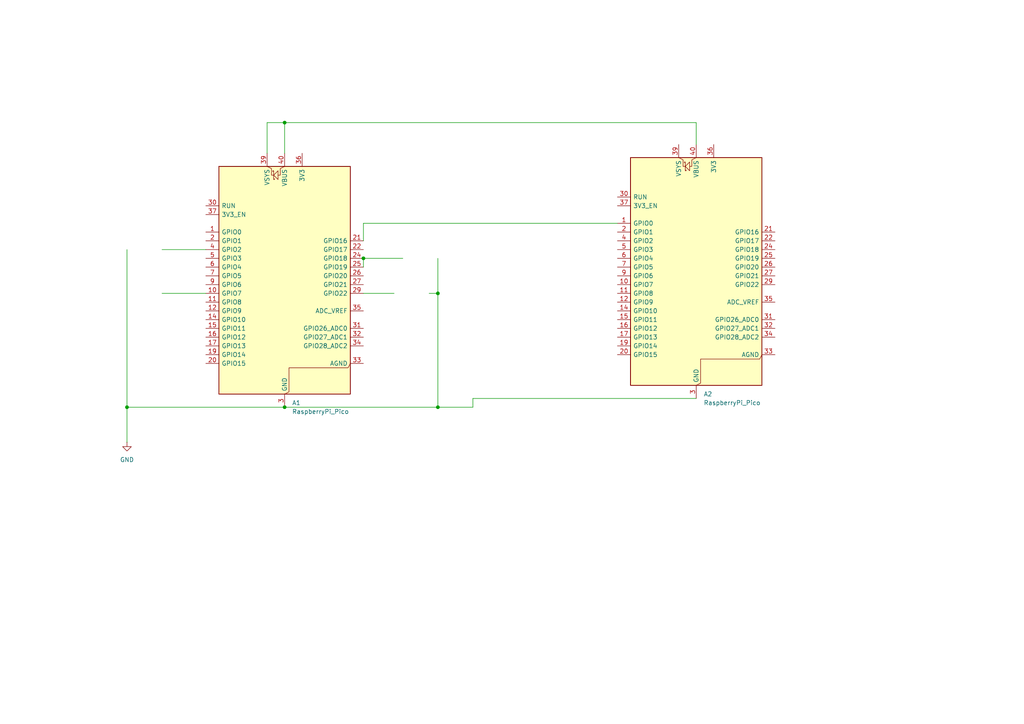
<source format=kicad_sch>
(kicad_sch
	(version 20250114)
	(generator "eeschema")
	(generator_version "9.0")
	(uuid "aac4216c-ff94-4f4c-82b1-f7c386e6a26e")
	(paper "A4")
	(lib_symbols
		(symbol "MCU_Module:RaspberryPi_Pico"
			(pin_names
				(offset 0.762)
			)
			(exclude_from_sim no)
			(in_bom yes)
			(on_board yes)
			(property "Reference" "A"
				(at -19.05 35.56 0)
				(effects
					(font
						(size 1.27 1.27)
					)
					(justify left)
				)
			)
			(property "Value" "RaspberryPi_Pico"
				(at 7.62 35.56 0)
				(effects
					(font
						(size 1.27 1.27)
					)
					(justify left)
				)
			)
			(property "Footprint" "Module:RaspberryPi_Pico_Common_Unspecified"
				(at 0 -46.99 0)
				(effects
					(font
						(size 1.27 1.27)
					)
					(hide yes)
				)
			)
			(property "Datasheet" "https://datasheets.raspberrypi.com/pico/pico-datasheet.pdf"
				(at 0 -49.53 0)
				(effects
					(font
						(size 1.27 1.27)
					)
					(hide yes)
				)
			)
			(property "Description" "Versatile and inexpensive microcontroller module powered by RP2040 dual-core Arm Cortex-M0+ processor up to 133 MHz, 264kB SRAM, 2MB QSPI flash; also supports Raspberry Pi Pico 2"
				(at 0 -52.07 0)
				(effects
					(font
						(size 1.27 1.27)
					)
					(hide yes)
				)
			)
			(property "ki_keywords" "RP2350A M33 RISC-V Hazard3 usb"
				(at 0 0 0)
				(effects
					(font
						(size 1.27 1.27)
					)
					(hide yes)
				)
			)
			(property "ki_fp_filters" "RaspberryPi?Pico?Common* RaspberryPi?Pico?SMD*"
				(at 0 0 0)
				(effects
					(font
						(size 1.27 1.27)
					)
					(hide yes)
				)
			)
			(symbol "RaspberryPi_Pico_0_1"
				(rectangle
					(start -19.05 34.29)
					(end 19.05 -31.75)
					(stroke
						(width 0.254)
						(type default)
					)
					(fill
						(type background)
					)
				)
				(polyline
					(pts
						(xy -5.08 34.29) (xy -3.81 33.655) (xy -3.81 31.75) (xy -3.175 31.75)
					)
					(stroke
						(width 0)
						(type default)
					)
					(fill
						(type none)
					)
				)
				(polyline
					(pts
						(xy -3.429 32.766) (xy -3.429 33.02) (xy -3.175 33.02) (xy -3.175 30.48) (xy -2.921 30.48) (xy -2.921 30.734)
					)
					(stroke
						(width 0)
						(type default)
					)
					(fill
						(type none)
					)
				)
				(polyline
					(pts
						(xy -3.175 31.75) (xy -1.905 33.02) (xy -1.905 30.48) (xy -3.175 31.75)
					)
					(stroke
						(width 0)
						(type default)
					)
					(fill
						(type none)
					)
				)
				(polyline
					(pts
						(xy 0 34.29) (xy -1.27 33.655) (xy -1.27 31.75) (xy -1.905 31.75)
					)
					(stroke
						(width 0)
						(type default)
					)
					(fill
						(type none)
					)
				)
				(polyline
					(pts
						(xy 0 -31.75) (xy 1.27 -31.115) (xy 1.27 -24.13) (xy 18.415 -24.13) (xy 19.05 -22.86)
					)
					(stroke
						(width 0)
						(type default)
					)
					(fill
						(type none)
					)
				)
			)
			(symbol "RaspberryPi_Pico_1_1"
				(pin passive line
					(at -22.86 22.86 0)
					(length 3.81)
					(name "RUN"
						(effects
							(font
								(size 1.27 1.27)
							)
						)
					)
					(number "30"
						(effects
							(font
								(size 1.27 1.27)
							)
						)
					)
					(alternate "~{RESET}" passive line)
				)
				(pin passive line
					(at -22.86 20.32 0)
					(length 3.81)
					(name "3V3_EN"
						(effects
							(font
								(size 1.27 1.27)
							)
						)
					)
					(number "37"
						(effects
							(font
								(size 1.27 1.27)
							)
						)
					)
					(alternate "~{3V3_DISABLE}" passive line)
				)
				(pin bidirectional line
					(at -22.86 15.24 0)
					(length 3.81)
					(name "GPIO0"
						(effects
							(font
								(size 1.27 1.27)
							)
						)
					)
					(number "1"
						(effects
							(font
								(size 1.27 1.27)
							)
						)
					)
					(alternate "I2C0_SDA" bidirectional line)
					(alternate "PWM0_A" output line)
					(alternate "SPI0_RX" input line)
					(alternate "UART0_TX" output line)
					(alternate "USB_OVCUR_DET" input line)
				)
				(pin bidirectional line
					(at -22.86 12.7 0)
					(length 3.81)
					(name "GPIO1"
						(effects
							(font
								(size 1.27 1.27)
							)
						)
					)
					(number "2"
						(effects
							(font
								(size 1.27 1.27)
							)
						)
					)
					(alternate "I2C0_SCL" bidirectional clock)
					(alternate "PWM0_B" bidirectional line)
					(alternate "UART0_RX" input line)
					(alternate "USB_VBUS_DET" passive line)
					(alternate "~{SPI0_CSn}" bidirectional line)
				)
				(pin bidirectional line
					(at -22.86 10.16 0)
					(length 3.81)
					(name "GPIO2"
						(effects
							(font
								(size 1.27 1.27)
							)
						)
					)
					(number "4"
						(effects
							(font
								(size 1.27 1.27)
							)
						)
					)
					(alternate "I2C1_SDA" bidirectional line)
					(alternate "PWM1_A" output line)
					(alternate "SPI0_SCK" bidirectional clock)
					(alternate "UART0_CTS" input line)
					(alternate "USB_VBUS_EN" output line)
				)
				(pin bidirectional line
					(at -22.86 7.62 0)
					(length 3.81)
					(name "GPIO3"
						(effects
							(font
								(size 1.27 1.27)
							)
						)
					)
					(number "5"
						(effects
							(font
								(size 1.27 1.27)
							)
						)
					)
					(alternate "I2C1_SCL" bidirectional clock)
					(alternate "PWM1_B" bidirectional line)
					(alternate "SPI0_TX" output line)
					(alternate "UART0_RTS" output line)
					(alternate "USB_OVCUR_DET" input line)
				)
				(pin bidirectional line
					(at -22.86 5.08 0)
					(length 3.81)
					(name "GPIO4"
						(effects
							(font
								(size 1.27 1.27)
							)
						)
					)
					(number "6"
						(effects
							(font
								(size 1.27 1.27)
							)
						)
					)
					(alternate "I2C0_SDA" bidirectional line)
					(alternate "PWM2_A" output line)
					(alternate "SPI0_RX" input line)
					(alternate "UART1_TX" output line)
					(alternate "USB_VBUS_DET" input line)
				)
				(pin bidirectional line
					(at -22.86 2.54 0)
					(length 3.81)
					(name "GPIO5"
						(effects
							(font
								(size 1.27 1.27)
							)
						)
					)
					(number "7"
						(effects
							(font
								(size 1.27 1.27)
							)
						)
					)
					(alternate "I2C0_SCL" bidirectional clock)
					(alternate "PWM2_B" bidirectional line)
					(alternate "UART1_RX" input line)
					(alternate "USB_VBUS_EN" output line)
					(alternate "~{SPI0_CSn}" bidirectional line)
				)
				(pin bidirectional line
					(at -22.86 0 0)
					(length 3.81)
					(name "GPIO6"
						(effects
							(font
								(size 1.27 1.27)
							)
						)
					)
					(number "9"
						(effects
							(font
								(size 1.27 1.27)
							)
						)
					)
					(alternate "I2C1_SDA" bidirectional line)
					(alternate "PWM3_A" output line)
					(alternate "SPI0_SCK" bidirectional clock)
					(alternate "UART1_CTS" input line)
					(alternate "USB_OVCUR_DET" input line)
				)
				(pin bidirectional line
					(at -22.86 -2.54 0)
					(length 3.81)
					(name "GPIO7"
						(effects
							(font
								(size 1.27 1.27)
							)
						)
					)
					(number "10"
						(effects
							(font
								(size 1.27 1.27)
							)
						)
					)
					(alternate "I2C1_SCL" bidirectional clock)
					(alternate "PWM3_B" bidirectional line)
					(alternate "SPI0_TX" output line)
					(alternate "UART1_RTS" output line)
					(alternate "USB_VBUS_DET" input line)
				)
				(pin bidirectional line
					(at -22.86 -5.08 0)
					(length 3.81)
					(name "GPIO8"
						(effects
							(font
								(size 1.27 1.27)
							)
						)
					)
					(number "11"
						(effects
							(font
								(size 1.27 1.27)
							)
						)
					)
					(alternate "I2C0_SDA" bidirectional line)
					(alternate "PWM4_A" output line)
					(alternate "SPI1_RX" input line)
					(alternate "UART1_TX" output line)
					(alternate "USB_VBUS_EN" output line)
				)
				(pin bidirectional line
					(at -22.86 -7.62 0)
					(length 3.81)
					(name "GPIO9"
						(effects
							(font
								(size 1.27 1.27)
							)
						)
					)
					(number "12"
						(effects
							(font
								(size 1.27 1.27)
							)
						)
					)
					(alternate "I2C0_SCL" bidirectional clock)
					(alternate "PWM4_B" bidirectional line)
					(alternate "UART1_RX" input line)
					(alternate "USB_OVCUR_DET" input line)
					(alternate "~{SPI1_CSn}" bidirectional line)
				)
				(pin bidirectional line
					(at -22.86 -10.16 0)
					(length 3.81)
					(name "GPIO10"
						(effects
							(font
								(size 1.27 1.27)
							)
						)
					)
					(number "14"
						(effects
							(font
								(size 1.27 1.27)
							)
						)
					)
					(alternate "I2C1_SDA" bidirectional line)
					(alternate "PWM5_A" output line)
					(alternate "SPI1_SCK" bidirectional clock)
					(alternate "UART1_CTS" input line)
					(alternate "USB_VBUS_DET" input line)
				)
				(pin bidirectional line
					(at -22.86 -12.7 0)
					(length 3.81)
					(name "GPIO11"
						(effects
							(font
								(size 1.27 1.27)
							)
						)
					)
					(number "15"
						(effects
							(font
								(size 1.27 1.27)
							)
						)
					)
					(alternate "I2C1_SCL" bidirectional clock)
					(alternate "PWM5_B" bidirectional line)
					(alternate "SPI1_TX" output line)
					(alternate "UART1_RTS" output line)
					(alternate "USB_VBUS_EN" output line)
				)
				(pin bidirectional line
					(at -22.86 -15.24 0)
					(length 3.81)
					(name "GPIO12"
						(effects
							(font
								(size 1.27 1.27)
							)
						)
					)
					(number "16"
						(effects
							(font
								(size 1.27 1.27)
							)
						)
					)
					(alternate "I2C0_SDA" bidirectional line)
					(alternate "PWM6_A" output line)
					(alternate "SPI1_RX" input line)
					(alternate "UART0_TX" output line)
					(alternate "USB_OVCUR_DET" input line)
				)
				(pin bidirectional line
					(at -22.86 -17.78 0)
					(length 3.81)
					(name "GPIO13"
						(effects
							(font
								(size 1.27 1.27)
							)
						)
					)
					(number "17"
						(effects
							(font
								(size 1.27 1.27)
							)
						)
					)
					(alternate "I2C0_SCL" bidirectional clock)
					(alternate "PWM6_B" bidirectional line)
					(alternate "UART0_RX" input line)
					(alternate "USB_VBUS_DET" input line)
					(alternate "~{SPI1_CSn}" bidirectional line)
				)
				(pin bidirectional line
					(at -22.86 -20.32 0)
					(length 3.81)
					(name "GPIO14"
						(effects
							(font
								(size 1.27 1.27)
							)
						)
					)
					(number "19"
						(effects
							(font
								(size 1.27 1.27)
							)
						)
					)
					(alternate "I2C1_SDA" bidirectional line)
					(alternate "PWM7_A" output line)
					(alternate "SPI1_SCK" bidirectional clock)
					(alternate "UART0_CTS" input line)
					(alternate "USB_VBUS_EN" output line)
				)
				(pin bidirectional line
					(at -22.86 -22.86 0)
					(length 3.81)
					(name "GPIO15"
						(effects
							(font
								(size 1.27 1.27)
							)
						)
					)
					(number "20"
						(effects
							(font
								(size 1.27 1.27)
							)
						)
					)
					(alternate "I2C1_SCL" bidirectional clock)
					(alternate "PWM7_B" bidirectional line)
					(alternate "SPI1_TX" output line)
					(alternate "UART0_RTS" output line)
					(alternate "USB_OVCUR_DET" input line)
				)
				(pin power_in line
					(at -5.08 38.1 270)
					(length 3.81)
					(name "VSYS"
						(effects
							(font
								(size 1.27 1.27)
							)
						)
					)
					(number "39"
						(effects
							(font
								(size 1.27 1.27)
							)
						)
					)
					(alternate "VSYS_OUT" power_out line)
				)
				(pin power_out line
					(at 0 38.1 270)
					(length 3.81)
					(name "VBUS"
						(effects
							(font
								(size 1.27 1.27)
							)
						)
					)
					(number "40"
						(effects
							(font
								(size 1.27 1.27)
							)
						)
					)
					(alternate "VBUS_IN" power_in line)
				)
				(pin passive line
					(at 0 -35.56 90)
					(length 3.81)
					(hide yes)
					(name "GND"
						(effects
							(font
								(size 1.27 1.27)
							)
						)
					)
					(number "13"
						(effects
							(font
								(size 1.27 1.27)
							)
						)
					)
				)
				(pin passive line
					(at 0 -35.56 90)
					(length 3.81)
					(hide yes)
					(name "GND"
						(effects
							(font
								(size 1.27 1.27)
							)
						)
					)
					(number "18"
						(effects
							(font
								(size 1.27 1.27)
							)
						)
					)
				)
				(pin passive line
					(at 0 -35.56 90)
					(length 3.81)
					(hide yes)
					(name "GND"
						(effects
							(font
								(size 1.27 1.27)
							)
						)
					)
					(number "23"
						(effects
							(font
								(size 1.27 1.27)
							)
						)
					)
				)
				(pin passive line
					(at 0 -35.56 90)
					(length 3.81)
					(hide yes)
					(name "GND"
						(effects
							(font
								(size 1.27 1.27)
							)
						)
					)
					(number "28"
						(effects
							(font
								(size 1.27 1.27)
							)
						)
					)
				)
				(pin power_out line
					(at 0 -35.56 90)
					(length 3.81)
					(name "GND"
						(effects
							(font
								(size 1.27 1.27)
							)
						)
					)
					(number "3"
						(effects
							(font
								(size 1.27 1.27)
							)
						)
					)
					(alternate "GND_IN" power_in line)
				)
				(pin passive line
					(at 0 -35.56 90)
					(length 3.81)
					(hide yes)
					(name "GND"
						(effects
							(font
								(size 1.27 1.27)
							)
						)
					)
					(number "38"
						(effects
							(font
								(size 1.27 1.27)
							)
						)
					)
				)
				(pin passive line
					(at 0 -35.56 90)
					(length 3.81)
					(hide yes)
					(name "GND"
						(effects
							(font
								(size 1.27 1.27)
							)
						)
					)
					(number "8"
						(effects
							(font
								(size 1.27 1.27)
							)
						)
					)
				)
				(pin power_out line
					(at 5.08 38.1 270)
					(length 3.81)
					(name "3V3"
						(effects
							(font
								(size 1.27 1.27)
							)
						)
					)
					(number "36"
						(effects
							(font
								(size 1.27 1.27)
							)
						)
					)
				)
				(pin bidirectional line
					(at 22.86 12.7 180)
					(length 3.81)
					(name "GPIO16"
						(effects
							(font
								(size 1.27 1.27)
							)
						)
					)
					(number "21"
						(effects
							(font
								(size 1.27 1.27)
							)
						)
					)
					(alternate "I2C0_SDA" bidirectional line)
					(alternate "PWM0_A" output line)
					(alternate "SPI0_RX" input line)
					(alternate "UART0_TX" output line)
					(alternate "USB_VBUS_DET" input line)
				)
				(pin bidirectional line
					(at 22.86 10.16 180)
					(length 3.81)
					(name "GPIO17"
						(effects
							(font
								(size 1.27 1.27)
							)
						)
					)
					(number "22"
						(effects
							(font
								(size 1.27 1.27)
							)
						)
					)
					(alternate "I2C0_SCL" bidirectional clock)
					(alternate "PWM0_B" bidirectional line)
					(alternate "UART0_RX" input line)
					(alternate "USB_VBUS_EN" output line)
					(alternate "~{SPI0_CSn}" bidirectional line)
				)
				(pin bidirectional line
					(at 22.86 7.62 180)
					(length 3.81)
					(name "GPIO18"
						(effects
							(font
								(size 1.27 1.27)
							)
						)
					)
					(number "24"
						(effects
							(font
								(size 1.27 1.27)
							)
						)
					)
					(alternate "I2C1_SDA" bidirectional line)
					(alternate "PWM1_A" output line)
					(alternate "SPI0_SCK" bidirectional clock)
					(alternate "UART0_CTS" input line)
					(alternate "USB_OVCUR_DET" input line)
				)
				(pin bidirectional line
					(at 22.86 5.08 180)
					(length 3.81)
					(name "GPIO19"
						(effects
							(font
								(size 1.27 1.27)
							)
						)
					)
					(number "25"
						(effects
							(font
								(size 1.27 1.27)
							)
						)
					)
					(alternate "I2C1_SCL" bidirectional clock)
					(alternate "PWM1_B" bidirectional line)
					(alternate "SPI0_TX" output line)
					(alternate "UART0_RTS" output line)
					(alternate "USB_VBUS_DET" input line)
				)
				(pin bidirectional line
					(at 22.86 2.54 180)
					(length 3.81)
					(name "GPIO20"
						(effects
							(font
								(size 1.27 1.27)
							)
						)
					)
					(number "26"
						(effects
							(font
								(size 1.27 1.27)
							)
						)
					)
					(alternate "CLOCK_GPIN0" input clock)
					(alternate "I2C0_SDA" bidirectional line)
					(alternate "PWM2_A" output line)
					(alternate "SPI0_RX" input line)
					(alternate "UART1_TX" output line)
					(alternate "USB_VBUS_EN" output line)
				)
				(pin bidirectional line
					(at 22.86 0 180)
					(length 3.81)
					(name "GPIO21"
						(effects
							(font
								(size 1.27 1.27)
							)
						)
					)
					(number "27"
						(effects
							(font
								(size 1.27 1.27)
							)
						)
					)
					(alternate "CLOCK_GPOUT0" output clock)
					(alternate "I2C0_SCL" bidirectional clock)
					(alternate "PWM2_B" bidirectional line)
					(alternate "UART1_RX" input line)
					(alternate "USB_OVCUR_DET" input line)
					(alternate "~{SPI0_CSn}" bidirectional line)
				)
				(pin bidirectional line
					(at 22.86 -2.54 180)
					(length 3.81)
					(name "GPIO22"
						(effects
							(font
								(size 1.27 1.27)
							)
						)
					)
					(number "29"
						(effects
							(font
								(size 1.27 1.27)
							)
						)
					)
					(alternate "CLOCK_GPIN1" input clock)
					(alternate "I2C1_SDA" bidirectional line)
					(alternate "PWM3_A" output line)
					(alternate "SPI0_SCK" bidirectional clock)
					(alternate "UART1_CTS" input line)
					(alternate "USB_VBUS_DET" input line)
				)
				(pin power_in line
					(at 22.86 -7.62 180)
					(length 3.81)
					(name "ADC_VREF"
						(effects
							(font
								(size 1.27 1.27)
							)
						)
					)
					(number "35"
						(effects
							(font
								(size 1.27 1.27)
							)
						)
					)
				)
				(pin bidirectional line
					(at 22.86 -12.7 180)
					(length 3.81)
					(name "GPIO26_ADC0"
						(effects
							(font
								(size 1.27 1.27)
							)
						)
					)
					(number "31"
						(effects
							(font
								(size 1.27 1.27)
							)
						)
					)
					(alternate "ADC0" input line)
					(alternate "GPIO26" bidirectional line)
					(alternate "I2C1_SDA" bidirectional line)
					(alternate "PWM5_A" output line)
					(alternate "SPI1_SCK" bidirectional clock)
					(alternate "UART1_CTS" input line)
					(alternate "USB_VBUS_EN" output line)
				)
				(pin bidirectional line
					(at 22.86 -15.24 180)
					(length 3.81)
					(name "GPIO27_ADC1"
						(effects
							(font
								(size 1.27 1.27)
							)
						)
					)
					(number "32"
						(effects
							(font
								(size 1.27 1.27)
							)
						)
					)
					(alternate "ADC1" input line)
					(alternate "GPIO27" bidirectional line)
					(alternate "I2C1_SCL" bidirectional clock)
					(alternate "PWM5_B" bidirectional line)
					(alternate "SPI1_TX" output line)
					(alternate "UART1_RTS" output line)
					(alternate "USB_OVCUR_DET" input line)
				)
				(pin bidirectional line
					(at 22.86 -17.78 180)
					(length 3.81)
					(name "GPIO28_ADC2"
						(effects
							(font
								(size 1.27 1.27)
							)
						)
					)
					(number "34"
						(effects
							(font
								(size 1.27 1.27)
							)
						)
					)
					(alternate "ADC2" input line)
					(alternate "GPIO28" bidirectional line)
					(alternate "I2C0_SDA" bidirectional line)
					(alternate "PWM6_A" output line)
					(alternate "SPI1_RX" input line)
					(alternate "UART0_TX" output line)
					(alternate "USB_VBUS_DET" input line)
				)
				(pin power_out line
					(at 22.86 -22.86 180)
					(length 3.81)
					(name "AGND"
						(effects
							(font
								(size 1.27 1.27)
							)
						)
					)
					(number "33"
						(effects
							(font
								(size 1.27 1.27)
							)
						)
					)
					(alternate "GND" passive line)
				)
			)
			(embedded_fonts no)
		)
		(symbol "power:GND"
			(power)
			(pin_numbers
				(hide yes)
			)
			(pin_names
				(offset 0)
				(hide yes)
			)
			(exclude_from_sim no)
			(in_bom yes)
			(on_board yes)
			(property "Reference" "#PWR"
				(at 0 -6.35 0)
				(effects
					(font
						(size 1.27 1.27)
					)
					(hide yes)
				)
			)
			(property "Value" "GND"
				(at 0 -3.81 0)
				(effects
					(font
						(size 1.27 1.27)
					)
				)
			)
			(property "Footprint" ""
				(at 0 0 0)
				(effects
					(font
						(size 1.27 1.27)
					)
					(hide yes)
				)
			)
			(property "Datasheet" ""
				(at 0 0 0)
				(effects
					(font
						(size 1.27 1.27)
					)
					(hide yes)
				)
			)
			(property "Description" "Power symbol creates a global label with name \"GND\" , ground"
				(at 0 0 0)
				(effects
					(font
						(size 1.27 1.27)
					)
					(hide yes)
				)
			)
			(property "ki_keywords" "global power"
				(at 0 0 0)
				(effects
					(font
						(size 1.27 1.27)
					)
					(hide yes)
				)
			)
			(symbol "GND_0_1"
				(polyline
					(pts
						(xy 0 0) (xy 0 -1.27) (xy 1.27 -1.27) (xy 0 -2.54) (xy -1.27 -1.27) (xy 0 -1.27)
					)
					(stroke
						(width 0)
						(type default)
					)
					(fill
						(type none)
					)
				)
			)
			(symbol "GND_1_1"
				(pin power_in line
					(at 0 0 270)
					(length 0)
					(name "~"
						(effects
							(font
								(size 1.27 1.27)
							)
						)
					)
					(number "1"
						(effects
							(font
								(size 1.27 1.27)
							)
						)
					)
				)
			)
			(embedded_fonts no)
		)
	)
	(junction
		(at 127 118.11)
		(diameter 0)
		(color 0 0 0 0)
		(uuid "3a32776e-d1c9-445f-a1c4-067001b18c6b")
	)
	(junction
		(at 105.41 74.93)
		(diameter 0)
		(color 0 0 0 0)
		(uuid "5da53649-cc4b-4ddd-b7e2-6a2f3865c3c7")
	)
	(junction
		(at 82.55 35.56)
		(diameter 0)
		(color 0 0 0 0)
		(uuid "daf8af42-d6b7-4a19-886c-585e1ed487ac")
	)
	(junction
		(at 82.55 118.11)
		(diameter 0)
		(color 0 0 0 0)
		(uuid "ec455efc-25af-435c-8fc5-7cfd07cfa68a")
	)
	(junction
		(at 36.83 118.11)
		(diameter 0)
		(color 0 0 0 0)
		(uuid "ed5ae835-40bb-47e6-bf86-032fa9825bac")
	)
	(junction
		(at 127 85.09)
		(diameter 0)
		(color 0 0 0 0)
		(uuid "f0b1d7d5-fc78-4ec3-8b3f-33dc19bdfc47")
	)
	(wire
		(pts
			(xy 82.55 35.56) (xy 201.93 35.56)
		)
		(stroke
			(width 0)
			(type default)
		)
		(uuid "0b4d7fbb-842d-49c5-a314-6e1ce60c8814")
	)
	(wire
		(pts
			(xy 179.07 64.77) (xy 105.41 64.77)
		)
		(stroke
			(width 0)
			(type default)
		)
		(uuid "0eb6b2c0-9b7c-4736-bc24-996461187bec")
	)
	(wire
		(pts
			(xy 82.55 35.56) (xy 77.47 35.56)
		)
		(stroke
			(width 0)
			(type default)
		)
		(uuid "15fe7549-8129-4359-9c03-ad6141434f22")
	)
	(wire
		(pts
			(xy 137.16 115.57) (xy 137.16 118.11)
		)
		(stroke
			(width 0)
			(type default)
		)
		(uuid "1823d0f3-c952-4304-8848-02a05ee86f03")
	)
	(wire
		(pts
			(xy 46.99 85.09) (xy 59.69 85.09)
		)
		(stroke
			(width 0)
			(type default)
		)
		(uuid "343de130-ab49-4fef-a47f-2044189684d0")
	)
	(wire
		(pts
			(xy 82.55 118.11) (xy 36.83 118.11)
		)
		(stroke
			(width 0)
			(type default)
		)
		(uuid "3875f8aa-35e9-439b-9a71-a859063a942d")
	)
	(wire
		(pts
			(xy 127 118.11) (xy 137.16 118.11)
		)
		(stroke
			(width 0)
			(type default)
		)
		(uuid "39d4ffde-c599-4a28-9753-d3a0d493c657")
	)
	(wire
		(pts
			(xy 36.83 72.39) (xy 36.83 118.11)
		)
		(stroke
			(width 0)
			(type default)
		)
		(uuid "3d6be717-da0f-4f9b-b4f1-bc6af1c3cad6")
	)
	(wire
		(pts
			(xy 116.84 74.93) (xy 105.41 74.93)
		)
		(stroke
			(width 0)
			(type default)
		)
		(uuid "5264b96a-ed79-430e-b754-aaf6218d9f29")
	)
	(wire
		(pts
			(xy 77.47 35.56) (xy 77.47 44.45)
		)
		(stroke
			(width 0)
			(type default)
		)
		(uuid "89305650-9fdd-409d-b686-551d68a2451e")
	)
	(wire
		(pts
			(xy 36.83 118.11) (xy 36.83 128.27)
		)
		(stroke
			(width 0)
			(type default)
		)
		(uuid "8abf5a70-183d-43f9-b493-14a119eda167")
	)
	(wire
		(pts
			(xy 105.41 64.77) (xy 105.41 69.85)
		)
		(stroke
			(width 0)
			(type default)
		)
		(uuid "8ddc9cd0-e826-4665-b50e-f9d7e032b337")
	)
	(wire
		(pts
			(xy 82.55 118.11) (xy 127 118.11)
		)
		(stroke
			(width 0)
			(type default)
		)
		(uuid "911d9461-8d09-4908-973d-e53eed6546f4")
	)
	(wire
		(pts
			(xy 127 74.93) (xy 127 85.09)
		)
		(stroke
			(width 0)
			(type default)
		)
		(uuid "94c4c350-37a2-4806-9d2d-db0924e951e5")
	)
	(wire
		(pts
			(xy 105.41 85.09) (xy 114.3 85.09)
		)
		(stroke
			(width 0)
			(type default)
		)
		(uuid "b40a661c-70ed-4a08-a3c2-55aa32d5fd6c")
	)
	(wire
		(pts
			(xy 46.99 72.39) (xy 59.69 72.39)
		)
		(stroke
			(width 0)
			(type default)
		)
		(uuid "c74eda38-5ba5-41fa-8307-a5674212d8be")
	)
	(wire
		(pts
			(xy 82.55 35.56) (xy 82.55 44.45)
		)
		(stroke
			(width 0)
			(type default)
		)
		(uuid "d0d8e2dc-8307-4196-ad35-7c3c14a45c3d")
	)
	(wire
		(pts
			(xy 105.41 74.93) (xy 105.41 77.47)
		)
		(stroke
			(width 0)
			(type default)
		)
		(uuid "d24e7648-3afc-4f3c-8652-f6ad92bb8bdf")
	)
	(wire
		(pts
			(xy 201.93 115.57) (xy 137.16 115.57)
		)
		(stroke
			(width 0)
			(type default)
		)
		(uuid "d8a07f73-26df-4522-af24-9a70fc686278")
	)
	(wire
		(pts
			(xy 124.46 85.09) (xy 127 85.09)
		)
		(stroke
			(width 0)
			(type default)
		)
		(uuid "e8d11d8a-feca-440f-af5b-a62c2c41aa7b")
	)
	(wire
		(pts
			(xy 127 85.09) (xy 127 118.11)
		)
		(stroke
			(width 0)
			(type default)
		)
		(uuid "eaadc3db-694c-4b1b-9f69-0f20625311c0")
	)
	(wire
		(pts
			(xy 201.93 35.56) (xy 201.93 41.91)
		)
		(stroke
			(width 0)
			(type default)
		)
		(uuid "fdc9de2b-7b62-4110-86f4-1a2be1a632e2")
	)
	(symbol
		(lib_id "power:GND")
		(at 36.83 128.27 0)
		(unit 1)
		(exclude_from_sim no)
		(in_bom yes)
		(on_board yes)
		(dnp no)
		(fields_autoplaced yes)
		(uuid "38e330ce-2c0d-4e62-9a0c-31186575edcb")
		(property "Reference" "#PWR01"
			(at 36.83 134.62 0)
			(effects
				(font
					(size 1.27 1.27)
				)
				(hide yes)
			)
		)
		(property "Value" "GND"
			(at 36.83 133.35 0)
			(effects
				(font
					(size 1.27 1.27)
				)
			)
		)
		(property "Footprint" ""
			(at 36.83 128.27 0)
			(effects
				(font
					(size 1.27 1.27)
				)
				(hide yes)
			)
		)
		(property "Datasheet" ""
			(at 36.83 128.27 0)
			(effects
				(font
					(size 1.27 1.27)
				)
				(hide yes)
			)
		)
		(property "Description" "Power symbol creates a global label with name \"GND\" , ground"
			(at 36.83 128.27 0)
			(effects
				(font
					(size 1.27 1.27)
				)
				(hide yes)
			)
		)
		(pin "1"
			(uuid "6889762d-259c-4330-b453-18b5be1da826")
		)
		(instances
			(project ""
				(path "/aac4216c-ff94-4f4c-82b1-f7c386e6a26e"
					(reference "#PWR01")
					(unit 1)
				)
			)
		)
	)
	(symbol
		(lib_id "MCU_Module:RaspberryPi_Pico")
		(at 201.93 80.01 0)
		(unit 1)
		(exclude_from_sim no)
		(in_bom yes)
		(on_board yes)
		(dnp no)
		(fields_autoplaced yes)
		(uuid "5d4884bd-8f80-44af-b966-a53217d3cc03")
		(property "Reference" "A2"
			(at 204.0733 114.3 0)
			(effects
				(font
					(size 1.27 1.27)
				)
				(justify left)
			)
		)
		(property "Value" "RaspberryPi_Pico"
			(at 204.0733 116.84 0)
			(effects
				(font
					(size 1.27 1.27)
				)
				(justify left)
			)
		)
		(property "Footprint" "Module:RaspberryPi_Pico_Common_Unspecified"
			(at 201.93 127 0)
			(effects
				(font
					(size 1.27 1.27)
				)
				(hide yes)
			)
		)
		(property "Datasheet" "https://datasheets.raspberrypi.com/pico/pico-datasheet.pdf"
			(at 201.93 129.54 0)
			(effects
				(font
					(size 1.27 1.27)
				)
				(hide yes)
			)
		)
		(property "Description" "Versatile and inexpensive microcontroller module powered by RP2040 dual-core Arm Cortex-M0+ processor up to 133 MHz, 264kB SRAM, 2MB QSPI flash; also supports Raspberry Pi Pico 2"
			(at 201.93 132.08 0)
			(effects
				(font
					(size 1.27 1.27)
				)
				(hide yes)
			)
		)
		(pin "30"
			(uuid "97e9d1e2-3a34-440b-9009-1afe67b16c67")
		)
		(pin "37"
			(uuid "cbf68561-dbfa-4262-8f12-fa35e9228915")
		)
		(pin "39"
			(uuid "9581453b-b62c-4cf7-b4f8-9c69a6d475e6")
		)
		(pin "8"
			(uuid "fa755282-1be9-4c4d-a547-d680acd6cd89")
		)
		(pin "21"
			(uuid "997c2547-dc19-49b3-b645-c213a92a50aa")
		)
		(pin "19"
			(uuid "a5adf257-5069-4ad7-b34a-80f00572d473")
		)
		(pin "7"
			(uuid "ea123179-f550-46da-b13d-5c50d149e661")
		)
		(pin "1"
			(uuid "476266d9-3518-4dd9-917a-b0f30c6f3cc6")
		)
		(pin "12"
			(uuid "7584afc2-ceaf-4e2d-bfd6-e6981f5f7120")
		)
		(pin "4"
			(uuid "267b17e3-22b2-45f2-b82c-8ead9c9ace4e")
		)
		(pin "2"
			(uuid "24a8ebcd-d647-4a9b-b75c-275bed0a5403")
		)
		(pin "17"
			(uuid "830067e5-7a13-4af9-b09e-3082596fa4a8")
		)
		(pin "9"
			(uuid "aa90f392-d0bc-4d01-8c6a-71e88a8f519a")
		)
		(pin "11"
			(uuid "3407479d-9008-493b-9c73-96e701c379d7")
		)
		(pin "20"
			(uuid "32369d07-987d-46b8-a8f6-a72ddc7b4004")
		)
		(pin "40"
			(uuid "2a04effd-cc4a-4f89-8403-52bfa41118cd")
		)
		(pin "10"
			(uuid "7e51f7c2-82a1-472a-b04d-d3e4d219405b")
		)
		(pin "6"
			(uuid "e21e309d-2928-43b0-8da0-cde63e296bde")
		)
		(pin "15"
			(uuid "1b03038a-07e7-4ee0-baaf-5ed1997c7a84")
		)
		(pin "13"
			(uuid "5d1c16c3-9282-4249-aca4-2a2d4f45e694")
		)
		(pin "14"
			(uuid "b630703a-823a-46b2-8891-165ac2fe3c99")
		)
		(pin "18"
			(uuid "01a150b3-ef8d-46ba-9f45-af81d7118799")
		)
		(pin "16"
			(uuid "76d40143-ac45-47ac-b624-12aa81f710da")
		)
		(pin "23"
			(uuid "d0578d58-564c-4067-a993-99bf166d4b77")
		)
		(pin "28"
			(uuid "b31d0c34-bcac-4934-82ce-26d6aad9bb8a")
		)
		(pin "3"
			(uuid "34a32737-c007-45a1-bef9-b60aa087345f")
		)
		(pin "5"
			(uuid "ef52560c-6153-4924-9806-3c0b3030ba51")
		)
		(pin "38"
			(uuid "ae13ac0c-48e0-4fc8-9ef4-c288ebb031e3")
		)
		(pin "36"
			(uuid "f12c77fe-c37d-4572-9c63-2d56466fdb03")
		)
		(pin "26"
			(uuid "45a70c09-88c6-474d-85af-c39a0fe4d0e7")
		)
		(pin "24"
			(uuid "0f05b729-07ee-4d50-b2b8-efdc67dd072b")
		)
		(pin "33"
			(uuid "378d3d10-a1f0-4ff7-9e18-3ca43b5fa26d")
		)
		(pin "22"
			(uuid "3bec43dd-1c34-447b-9ec8-623f5736c054")
		)
		(pin "32"
			(uuid "102575bc-01ba-420f-9d74-23cf8c9ade1a")
		)
		(pin "27"
			(uuid "04ce5e7a-3228-4370-8519-27eff4bf4e9b")
		)
		(pin "29"
			(uuid "2b79147c-8391-44ad-bd58-44ad095ebc21")
		)
		(pin "35"
			(uuid "1cdd1bcc-ed30-4993-8f70-c9cf5cce4a25")
		)
		(pin "31"
			(uuid "736d2eb4-df70-4893-8efb-fcc87dd40aef")
		)
		(pin "25"
			(uuid "11c07955-e7ce-4c36-b88a-44be91fe845b")
		)
		(pin "34"
			(uuid "ff64162f-d5e5-49f3-b1e2-cd5fd222f3ca")
		)
		(instances
			(project ""
				(path "/aac4216c-ff94-4f4c-82b1-f7c386e6a26e"
					(reference "A2")
					(unit 1)
				)
			)
		)
	)
	(symbol
		(lib_id "MCU_Module:RaspberryPi_Pico")
		(at 82.55 82.55 0)
		(unit 1)
		(exclude_from_sim no)
		(in_bom yes)
		(on_board yes)
		(dnp no)
		(fields_autoplaced yes)
		(uuid "66faf109-c638-4d56-b6de-b1cc208b8fbc")
		(property "Reference" "A1"
			(at 84.6933 116.84 0)
			(effects
				(font
					(size 1.27 1.27)
				)
				(justify left)
			)
		)
		(property "Value" "RaspberryPi_Pico"
			(at 84.6933 119.38 0)
			(effects
				(font
					(size 1.27 1.27)
				)
				(justify left)
			)
		)
		(property "Footprint" "Module:RaspberryPi_Pico_Common_Unspecified"
			(at 82.55 129.54 0)
			(effects
				(font
					(size 1.27 1.27)
				)
				(hide yes)
			)
		)
		(property "Datasheet" "https://datasheets.raspberrypi.com/pico/pico-datasheet.pdf"
			(at 82.55 132.08 0)
			(effects
				(font
					(size 1.27 1.27)
				)
				(hide yes)
			)
		)
		(property "Description" "Versatile and inexpensive microcontroller module powered by RP2040 dual-core Arm Cortex-M0+ processor up to 133 MHz, 264kB SRAM, 2MB QSPI flash; also supports Raspberry Pi Pico 2"
			(at 82.55 134.62 0)
			(effects
				(font
					(size 1.27 1.27)
				)
				(hide yes)
			)
		)
		(pin "11"
			(uuid "6bf232cf-af34-4ed9-9fdb-a221d52ecb71")
		)
		(pin "37"
			(uuid "91e648ce-6cc2-46d1-b0a3-6656cbb702c5")
		)
		(pin "18"
			(uuid "58bcca23-ceea-4298-825a-0e7fb17cea9d")
		)
		(pin "8"
			(uuid "71d32523-c22a-454a-b995-f923057941a8")
		)
		(pin "17"
			(uuid "9dd0a124-214f-404d-b7e3-ef24792590ef")
		)
		(pin "3"
			(uuid "dd74f289-9017-41f0-a472-db91b0b6868b")
		)
		(pin "24"
			(uuid "d0493faf-75c6-4832-b873-a00cd7f1c0a1")
		)
		(pin "7"
			(uuid "9ae2f870-068a-407d-ae10-cbe5244d13fc")
		)
		(pin "30"
			(uuid "f4de2fad-616c-497b-b0d3-bcb2553d2392")
		)
		(pin "10"
			(uuid "492a54bd-4695-46b7-ab0f-607ea34b5686")
		)
		(pin "5"
			(uuid "90c7163e-5ca3-4cd3-a666-e18089f1774f")
		)
		(pin "19"
			(uuid "1e091a09-e69e-4c2b-ac9d-5f968139a75f")
		)
		(pin "15"
			(uuid "a0f27d17-0ef6-4e02-ad56-47826bbf5020")
		)
		(pin "16"
			(uuid "7db2e0eb-8a92-41ec-a39d-88f2b9318c9c")
		)
		(pin "20"
			(uuid "1e380578-ce9b-40a1-ba80-46b810fa1890")
		)
		(pin "4"
			(uuid "89e8d991-51a0-4bc8-a316-738a0cffcfb6")
		)
		(pin "14"
			(uuid "494d8478-bfed-4ab6-a5ad-39c820566d0e")
		)
		(pin "12"
			(uuid "e89b507d-e263-44c1-9ff1-dde4abe4bc2b")
		)
		(pin "9"
			(uuid "c1ba0a17-f6b8-4a22-a56d-bff9ac08f898")
		)
		(pin "39"
			(uuid "21c9fff7-787e-4c50-8fd8-cc99ec729e2c")
		)
		(pin "40"
			(uuid "9514d7ae-1d0b-4172-b99a-0b396d92f93e")
		)
		(pin "1"
			(uuid "2cb5836e-9840-4744-8f14-ad6a9af99baf")
		)
		(pin "2"
			(uuid "1aeb0641-ee87-4e2f-957f-a9c244fa9e52")
		)
		(pin "13"
			(uuid "88ded6ce-a26f-4964-96d6-0700458a1d34")
		)
		(pin "6"
			(uuid "263d5e7c-b2e6-45de-b8ff-decadb1ee8da")
		)
		(pin "28"
			(uuid "29c426bf-cb26-4888-9d21-70170c5915be")
		)
		(pin "38"
			(uuid "be4bacb9-b01a-48f3-ae4b-0f16174f70d7")
		)
		(pin "23"
			(uuid "81150edc-1006-4280-8f3e-2a38394ebcf0")
		)
		(pin "36"
			(uuid "10c18028-70ea-4f98-b375-1892b336e888")
		)
		(pin "21"
			(uuid "9da8b550-9e3a-4a15-9047-2effd442432f")
		)
		(pin "22"
			(uuid "39b21460-58ed-4d5f-8af6-6f4a20bfac92")
		)
		(pin "27"
			(uuid "c250c1c2-306f-4cba-a6f9-2986769fc62d")
		)
		(pin "35"
			(uuid "63b954f0-91a0-4478-97ee-b8ea164302a9")
		)
		(pin "29"
			(uuid "774b6ebd-6ab0-414d-bdac-b2dd0a4265a4")
		)
		(pin "34"
			(uuid "ee716917-b31e-493b-9431-bd0166b1e30a")
		)
		(pin "32"
			(uuid "4a522868-c860-4b45-a93b-90d9c654e14b")
		)
		(pin "31"
			(uuid "f4e1e00d-ee20-42e6-a5e8-651ba5ee5644")
		)
		(pin "25"
			(uuid "4eda6455-796c-42c9-b223-4fbf35ea0bd1")
		)
		(pin "33"
			(uuid "76492904-3549-4483-9f36-66854c88a76e")
		)
		(pin "26"
			(uuid "eab768e5-1b8e-48d2-9fcb-c59639b8da34")
		)
		(instances
			(project ""
				(path "/aac4216c-ff94-4f4c-82b1-f7c386e6a26e"
					(reference "A1")
					(unit 1)
				)
			)
		)
	)
	(sheet_instances
		(path "/"
			(page "1")
		)
	)
	(embedded_fonts no)
)

</source>
